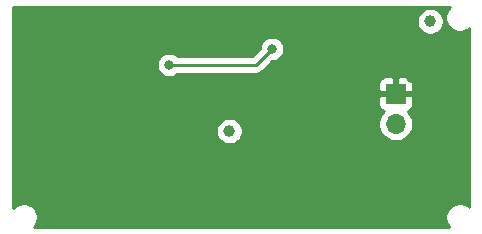
<source format=gbr>
G04 #@! TF.GenerationSoftware,KiCad,Pcbnew,(5.1.5-0-10_14)*
G04 #@! TF.CreationDate,2020-05-14T00:27:54+02:00*
G04 #@! TF.ProjectId,final,66696e61-6c2e-46b6-9963-61645f706362,rev?*
G04 #@! TF.SameCoordinates,Original*
G04 #@! TF.FileFunction,Copper,L2,Bot*
G04 #@! TF.FilePolarity,Positive*
%FSLAX46Y46*%
G04 Gerber Fmt 4.6, Leading zero omitted, Abs format (unit mm)*
G04 Created by KiCad (PCBNEW (5.1.5-0-10_14)) date 2020-05-14 00:27:54*
%MOMM*%
%LPD*%
G04 APERTURE LIST*
%ADD10C,1.000000*%
%ADD11O,1.700000X1.700000*%
%ADD12R,1.700000X1.700000*%
%ADD13C,0.800000*%
%ADD14C,0.250000*%
%ADD15C,0.254000*%
G04 APERTURE END LIST*
D10*
X39000000Y-24200000D03*
X56000000Y-14900000D03*
D11*
X53100000Y-23590000D03*
D12*
X53100000Y-21050000D03*
D13*
X32400000Y-21350000D03*
X45750000Y-18350000D03*
X39100000Y-21350000D03*
X39100000Y-22550000D03*
X43100000Y-22799996D03*
X46700000Y-22900002D03*
X42800000Y-25000000D03*
X43700000Y-25000002D03*
X49400000Y-15150000D03*
X46000000Y-15050000D03*
X42700000Y-15150000D03*
X32450002Y-22300000D03*
X48050000Y-18450000D03*
X47500000Y-25000002D03*
X51200000Y-20000000D03*
X54400000Y-19700000D03*
X54400000Y-26200000D03*
X39700000Y-21900000D03*
X52700000Y-14850000D03*
X33900000Y-18600000D03*
X42600000Y-17250002D03*
D14*
X33900000Y-18600000D02*
X41250002Y-18600000D01*
X41250002Y-18600000D02*
X42600000Y-17250002D01*
D15*
G36*
X57559354Y-13808032D02*
G01*
X57426825Y-14006376D01*
X57335538Y-14226764D01*
X57289000Y-14460727D01*
X57289000Y-14699273D01*
X57335538Y-14933236D01*
X57426825Y-15153624D01*
X57559354Y-15351968D01*
X57728032Y-15520646D01*
X57926376Y-15653175D01*
X58146764Y-15744462D01*
X58380727Y-15791000D01*
X58619273Y-15791000D01*
X58853236Y-15744462D01*
X59073624Y-15653175D01*
X59271968Y-15520646D01*
X59315000Y-15477614D01*
X59315001Y-30592387D01*
X59281968Y-30559354D01*
X59083624Y-30426825D01*
X58863236Y-30335538D01*
X58629273Y-30289000D01*
X58390727Y-30289000D01*
X58156764Y-30335538D01*
X57936376Y-30426825D01*
X57738032Y-30559354D01*
X57569354Y-30728032D01*
X57436825Y-30926376D01*
X57345538Y-31146764D01*
X57299000Y-31380727D01*
X57299000Y-31619273D01*
X57345538Y-31853236D01*
X57436825Y-32073624D01*
X57569354Y-32271968D01*
X57612386Y-32315000D01*
X22487614Y-32315000D01*
X22530646Y-32271968D01*
X22663175Y-32073624D01*
X22754462Y-31853236D01*
X22801000Y-31619273D01*
X22801000Y-31380727D01*
X22754462Y-31146764D01*
X22663175Y-30926376D01*
X22530646Y-30728032D01*
X22361968Y-30559354D01*
X22163624Y-30426825D01*
X21943236Y-30335538D01*
X21709273Y-30289000D01*
X21470727Y-30289000D01*
X21236764Y-30335538D01*
X21016376Y-30426825D01*
X20818032Y-30559354D01*
X20685000Y-30692386D01*
X20685000Y-24088212D01*
X37865000Y-24088212D01*
X37865000Y-24311788D01*
X37908617Y-24531067D01*
X37994176Y-24737624D01*
X38118388Y-24923520D01*
X38276480Y-25081612D01*
X38462376Y-25205824D01*
X38668933Y-25291383D01*
X38888212Y-25335000D01*
X39111788Y-25335000D01*
X39331067Y-25291383D01*
X39537624Y-25205824D01*
X39723520Y-25081612D01*
X39881612Y-24923520D01*
X40005824Y-24737624D01*
X40091383Y-24531067D01*
X40135000Y-24311788D01*
X40135000Y-24088212D01*
X40091383Y-23868933D01*
X40005824Y-23662376D01*
X39881612Y-23476480D01*
X39723520Y-23318388D01*
X39537624Y-23194176D01*
X39331067Y-23108617D01*
X39111788Y-23065000D01*
X38888212Y-23065000D01*
X38668933Y-23108617D01*
X38462376Y-23194176D01*
X38276480Y-23318388D01*
X38118388Y-23476480D01*
X37994176Y-23662376D01*
X37908617Y-23868933D01*
X37865000Y-24088212D01*
X20685000Y-24088212D01*
X20685000Y-21900000D01*
X51611928Y-21900000D01*
X51624188Y-22024482D01*
X51660498Y-22144180D01*
X51719463Y-22254494D01*
X51798815Y-22351185D01*
X51895506Y-22430537D01*
X52005820Y-22489502D01*
X52078380Y-22511513D01*
X51946525Y-22643368D01*
X51784010Y-22886589D01*
X51672068Y-23156842D01*
X51615000Y-23443740D01*
X51615000Y-23736260D01*
X51672068Y-24023158D01*
X51784010Y-24293411D01*
X51946525Y-24536632D01*
X52153368Y-24743475D01*
X52396589Y-24905990D01*
X52666842Y-25017932D01*
X52953740Y-25075000D01*
X53246260Y-25075000D01*
X53533158Y-25017932D01*
X53803411Y-24905990D01*
X54046632Y-24743475D01*
X54253475Y-24536632D01*
X54415990Y-24293411D01*
X54527932Y-24023158D01*
X54585000Y-23736260D01*
X54585000Y-23443740D01*
X54527932Y-23156842D01*
X54415990Y-22886589D01*
X54253475Y-22643368D01*
X54121620Y-22511513D01*
X54194180Y-22489502D01*
X54304494Y-22430537D01*
X54401185Y-22351185D01*
X54480537Y-22254494D01*
X54539502Y-22144180D01*
X54575812Y-22024482D01*
X54588072Y-21900000D01*
X54585000Y-21335750D01*
X54426250Y-21177000D01*
X53227000Y-21177000D01*
X53227000Y-21197000D01*
X52973000Y-21197000D01*
X52973000Y-21177000D01*
X51773750Y-21177000D01*
X51615000Y-21335750D01*
X51611928Y-21900000D01*
X20685000Y-21900000D01*
X20685000Y-20200000D01*
X51611928Y-20200000D01*
X51615000Y-20764250D01*
X51773750Y-20923000D01*
X52973000Y-20923000D01*
X52973000Y-19723750D01*
X53227000Y-19723750D01*
X53227000Y-20923000D01*
X54426250Y-20923000D01*
X54585000Y-20764250D01*
X54588072Y-20200000D01*
X54575812Y-20075518D01*
X54539502Y-19955820D01*
X54480537Y-19845506D01*
X54401185Y-19748815D01*
X54304494Y-19669463D01*
X54194180Y-19610498D01*
X54074482Y-19574188D01*
X53950000Y-19561928D01*
X53385750Y-19565000D01*
X53227000Y-19723750D01*
X52973000Y-19723750D01*
X52814250Y-19565000D01*
X52250000Y-19561928D01*
X52125518Y-19574188D01*
X52005820Y-19610498D01*
X51895506Y-19669463D01*
X51798815Y-19748815D01*
X51719463Y-19845506D01*
X51660498Y-19955820D01*
X51624188Y-20075518D01*
X51611928Y-20200000D01*
X20685000Y-20200000D01*
X20685000Y-18498061D01*
X32865000Y-18498061D01*
X32865000Y-18701939D01*
X32904774Y-18901898D01*
X32982795Y-19090256D01*
X33096063Y-19259774D01*
X33240226Y-19403937D01*
X33409744Y-19517205D01*
X33598102Y-19595226D01*
X33798061Y-19635000D01*
X34001939Y-19635000D01*
X34201898Y-19595226D01*
X34390256Y-19517205D01*
X34559774Y-19403937D01*
X34603711Y-19360000D01*
X41212680Y-19360000D01*
X41250002Y-19363676D01*
X41287324Y-19360000D01*
X41287335Y-19360000D01*
X41398988Y-19349003D01*
X41542249Y-19305546D01*
X41674278Y-19234974D01*
X41790003Y-19140001D01*
X41813805Y-19110998D01*
X42639802Y-18285002D01*
X42701939Y-18285002D01*
X42901898Y-18245228D01*
X43090256Y-18167207D01*
X43259774Y-18053939D01*
X43403937Y-17909776D01*
X43517205Y-17740258D01*
X43595226Y-17551900D01*
X43635000Y-17351941D01*
X43635000Y-17148063D01*
X43595226Y-16948104D01*
X43517205Y-16759746D01*
X43403937Y-16590228D01*
X43259774Y-16446065D01*
X43090256Y-16332797D01*
X42901898Y-16254776D01*
X42701939Y-16215002D01*
X42498061Y-16215002D01*
X42298102Y-16254776D01*
X42109744Y-16332797D01*
X41940226Y-16446065D01*
X41796063Y-16590228D01*
X41682795Y-16759746D01*
X41604774Y-16948104D01*
X41565000Y-17148063D01*
X41565000Y-17210200D01*
X40935201Y-17840000D01*
X34603711Y-17840000D01*
X34559774Y-17796063D01*
X34390256Y-17682795D01*
X34201898Y-17604774D01*
X34001939Y-17565000D01*
X33798061Y-17565000D01*
X33598102Y-17604774D01*
X33409744Y-17682795D01*
X33240226Y-17796063D01*
X33096063Y-17940226D01*
X32982795Y-18109744D01*
X32904774Y-18298102D01*
X32865000Y-18498061D01*
X20685000Y-18498061D01*
X20685000Y-14788212D01*
X54865000Y-14788212D01*
X54865000Y-15011788D01*
X54908617Y-15231067D01*
X54994176Y-15437624D01*
X55118388Y-15623520D01*
X55276480Y-15781612D01*
X55462376Y-15905824D01*
X55668933Y-15991383D01*
X55888212Y-16035000D01*
X56111788Y-16035000D01*
X56331067Y-15991383D01*
X56537624Y-15905824D01*
X56723520Y-15781612D01*
X56881612Y-15623520D01*
X57005824Y-15437624D01*
X57091383Y-15231067D01*
X57135000Y-15011788D01*
X57135000Y-14788212D01*
X57091383Y-14568933D01*
X57005824Y-14362376D01*
X56881612Y-14176480D01*
X56723520Y-14018388D01*
X56537624Y-13894176D01*
X56331067Y-13808617D01*
X56111788Y-13765000D01*
X55888212Y-13765000D01*
X55668933Y-13808617D01*
X55462376Y-13894176D01*
X55276480Y-14018388D01*
X55118388Y-14176480D01*
X54994176Y-14362376D01*
X54908617Y-14568933D01*
X54865000Y-14788212D01*
X20685000Y-14788212D01*
X20685000Y-13685000D01*
X57682386Y-13685000D01*
X57559354Y-13808032D01*
G37*
X57559354Y-13808032D02*
X57426825Y-14006376D01*
X57335538Y-14226764D01*
X57289000Y-14460727D01*
X57289000Y-14699273D01*
X57335538Y-14933236D01*
X57426825Y-15153624D01*
X57559354Y-15351968D01*
X57728032Y-15520646D01*
X57926376Y-15653175D01*
X58146764Y-15744462D01*
X58380727Y-15791000D01*
X58619273Y-15791000D01*
X58853236Y-15744462D01*
X59073624Y-15653175D01*
X59271968Y-15520646D01*
X59315000Y-15477614D01*
X59315001Y-30592387D01*
X59281968Y-30559354D01*
X59083624Y-30426825D01*
X58863236Y-30335538D01*
X58629273Y-30289000D01*
X58390727Y-30289000D01*
X58156764Y-30335538D01*
X57936376Y-30426825D01*
X57738032Y-30559354D01*
X57569354Y-30728032D01*
X57436825Y-30926376D01*
X57345538Y-31146764D01*
X57299000Y-31380727D01*
X57299000Y-31619273D01*
X57345538Y-31853236D01*
X57436825Y-32073624D01*
X57569354Y-32271968D01*
X57612386Y-32315000D01*
X22487614Y-32315000D01*
X22530646Y-32271968D01*
X22663175Y-32073624D01*
X22754462Y-31853236D01*
X22801000Y-31619273D01*
X22801000Y-31380727D01*
X22754462Y-31146764D01*
X22663175Y-30926376D01*
X22530646Y-30728032D01*
X22361968Y-30559354D01*
X22163624Y-30426825D01*
X21943236Y-30335538D01*
X21709273Y-30289000D01*
X21470727Y-30289000D01*
X21236764Y-30335538D01*
X21016376Y-30426825D01*
X20818032Y-30559354D01*
X20685000Y-30692386D01*
X20685000Y-24088212D01*
X37865000Y-24088212D01*
X37865000Y-24311788D01*
X37908617Y-24531067D01*
X37994176Y-24737624D01*
X38118388Y-24923520D01*
X38276480Y-25081612D01*
X38462376Y-25205824D01*
X38668933Y-25291383D01*
X38888212Y-25335000D01*
X39111788Y-25335000D01*
X39331067Y-25291383D01*
X39537624Y-25205824D01*
X39723520Y-25081612D01*
X39881612Y-24923520D01*
X40005824Y-24737624D01*
X40091383Y-24531067D01*
X40135000Y-24311788D01*
X40135000Y-24088212D01*
X40091383Y-23868933D01*
X40005824Y-23662376D01*
X39881612Y-23476480D01*
X39723520Y-23318388D01*
X39537624Y-23194176D01*
X39331067Y-23108617D01*
X39111788Y-23065000D01*
X38888212Y-23065000D01*
X38668933Y-23108617D01*
X38462376Y-23194176D01*
X38276480Y-23318388D01*
X38118388Y-23476480D01*
X37994176Y-23662376D01*
X37908617Y-23868933D01*
X37865000Y-24088212D01*
X20685000Y-24088212D01*
X20685000Y-21900000D01*
X51611928Y-21900000D01*
X51624188Y-22024482D01*
X51660498Y-22144180D01*
X51719463Y-22254494D01*
X51798815Y-22351185D01*
X51895506Y-22430537D01*
X52005820Y-22489502D01*
X52078380Y-22511513D01*
X51946525Y-22643368D01*
X51784010Y-22886589D01*
X51672068Y-23156842D01*
X51615000Y-23443740D01*
X51615000Y-23736260D01*
X51672068Y-24023158D01*
X51784010Y-24293411D01*
X51946525Y-24536632D01*
X52153368Y-24743475D01*
X52396589Y-24905990D01*
X52666842Y-25017932D01*
X52953740Y-25075000D01*
X53246260Y-25075000D01*
X53533158Y-25017932D01*
X53803411Y-24905990D01*
X54046632Y-24743475D01*
X54253475Y-24536632D01*
X54415990Y-24293411D01*
X54527932Y-24023158D01*
X54585000Y-23736260D01*
X54585000Y-23443740D01*
X54527932Y-23156842D01*
X54415990Y-22886589D01*
X54253475Y-22643368D01*
X54121620Y-22511513D01*
X54194180Y-22489502D01*
X54304494Y-22430537D01*
X54401185Y-22351185D01*
X54480537Y-22254494D01*
X54539502Y-22144180D01*
X54575812Y-22024482D01*
X54588072Y-21900000D01*
X54585000Y-21335750D01*
X54426250Y-21177000D01*
X53227000Y-21177000D01*
X53227000Y-21197000D01*
X52973000Y-21197000D01*
X52973000Y-21177000D01*
X51773750Y-21177000D01*
X51615000Y-21335750D01*
X51611928Y-21900000D01*
X20685000Y-21900000D01*
X20685000Y-20200000D01*
X51611928Y-20200000D01*
X51615000Y-20764250D01*
X51773750Y-20923000D01*
X52973000Y-20923000D01*
X52973000Y-19723750D01*
X53227000Y-19723750D01*
X53227000Y-20923000D01*
X54426250Y-20923000D01*
X54585000Y-20764250D01*
X54588072Y-20200000D01*
X54575812Y-20075518D01*
X54539502Y-19955820D01*
X54480537Y-19845506D01*
X54401185Y-19748815D01*
X54304494Y-19669463D01*
X54194180Y-19610498D01*
X54074482Y-19574188D01*
X53950000Y-19561928D01*
X53385750Y-19565000D01*
X53227000Y-19723750D01*
X52973000Y-19723750D01*
X52814250Y-19565000D01*
X52250000Y-19561928D01*
X52125518Y-19574188D01*
X52005820Y-19610498D01*
X51895506Y-19669463D01*
X51798815Y-19748815D01*
X51719463Y-19845506D01*
X51660498Y-19955820D01*
X51624188Y-20075518D01*
X51611928Y-20200000D01*
X20685000Y-20200000D01*
X20685000Y-18498061D01*
X32865000Y-18498061D01*
X32865000Y-18701939D01*
X32904774Y-18901898D01*
X32982795Y-19090256D01*
X33096063Y-19259774D01*
X33240226Y-19403937D01*
X33409744Y-19517205D01*
X33598102Y-19595226D01*
X33798061Y-19635000D01*
X34001939Y-19635000D01*
X34201898Y-19595226D01*
X34390256Y-19517205D01*
X34559774Y-19403937D01*
X34603711Y-19360000D01*
X41212680Y-19360000D01*
X41250002Y-19363676D01*
X41287324Y-19360000D01*
X41287335Y-19360000D01*
X41398988Y-19349003D01*
X41542249Y-19305546D01*
X41674278Y-19234974D01*
X41790003Y-19140001D01*
X41813805Y-19110998D01*
X42639802Y-18285002D01*
X42701939Y-18285002D01*
X42901898Y-18245228D01*
X43090256Y-18167207D01*
X43259774Y-18053939D01*
X43403937Y-17909776D01*
X43517205Y-17740258D01*
X43595226Y-17551900D01*
X43635000Y-17351941D01*
X43635000Y-17148063D01*
X43595226Y-16948104D01*
X43517205Y-16759746D01*
X43403937Y-16590228D01*
X43259774Y-16446065D01*
X43090256Y-16332797D01*
X42901898Y-16254776D01*
X42701939Y-16215002D01*
X42498061Y-16215002D01*
X42298102Y-16254776D01*
X42109744Y-16332797D01*
X41940226Y-16446065D01*
X41796063Y-16590228D01*
X41682795Y-16759746D01*
X41604774Y-16948104D01*
X41565000Y-17148063D01*
X41565000Y-17210200D01*
X40935201Y-17840000D01*
X34603711Y-17840000D01*
X34559774Y-17796063D01*
X34390256Y-17682795D01*
X34201898Y-17604774D01*
X34001939Y-17565000D01*
X33798061Y-17565000D01*
X33598102Y-17604774D01*
X33409744Y-17682795D01*
X33240226Y-17796063D01*
X33096063Y-17940226D01*
X32982795Y-18109744D01*
X32904774Y-18298102D01*
X32865000Y-18498061D01*
X20685000Y-18498061D01*
X20685000Y-14788212D01*
X54865000Y-14788212D01*
X54865000Y-15011788D01*
X54908617Y-15231067D01*
X54994176Y-15437624D01*
X55118388Y-15623520D01*
X55276480Y-15781612D01*
X55462376Y-15905824D01*
X55668933Y-15991383D01*
X55888212Y-16035000D01*
X56111788Y-16035000D01*
X56331067Y-15991383D01*
X56537624Y-15905824D01*
X56723520Y-15781612D01*
X56881612Y-15623520D01*
X57005824Y-15437624D01*
X57091383Y-15231067D01*
X57135000Y-15011788D01*
X57135000Y-14788212D01*
X57091383Y-14568933D01*
X57005824Y-14362376D01*
X56881612Y-14176480D01*
X56723520Y-14018388D01*
X56537624Y-13894176D01*
X56331067Y-13808617D01*
X56111788Y-13765000D01*
X55888212Y-13765000D01*
X55668933Y-13808617D01*
X55462376Y-13894176D01*
X55276480Y-14018388D01*
X55118388Y-14176480D01*
X54994176Y-14362376D01*
X54908617Y-14568933D01*
X54865000Y-14788212D01*
X20685000Y-14788212D01*
X20685000Y-13685000D01*
X57682386Y-13685000D01*
X57559354Y-13808032D01*
M02*

</source>
